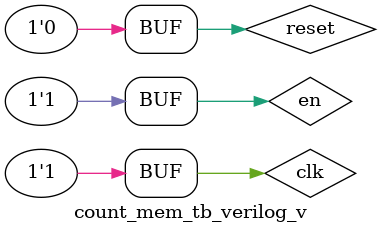
<source format=v>
`timescale 1ns / 1ps


module count_mem_tb_verilog_v;

	// Inputs
	reg clk;
	reg reset;
	reg en;

	// Outputs
	wire [7:0] dout;

	// Instantiate the Unit Under Test (UUT)
	count_mem uut (
		.clk(clk), 
		.reset(reset), 
		.en(en), 
		.dout(dout)
	);

	initial begin
		// Initialize Inputs
		reset = 1;
		en = 0;
		#170000;
		reset = 0;
		#40000;
		en = 1;
		// Wait 100 ns for global reset to finish
		#100;
        
		// Add stimulus here

	end

	always begin
		clk = 0;
		#40000;
		clk = 1;
		#40000;
	end
	
endmodule

</source>
